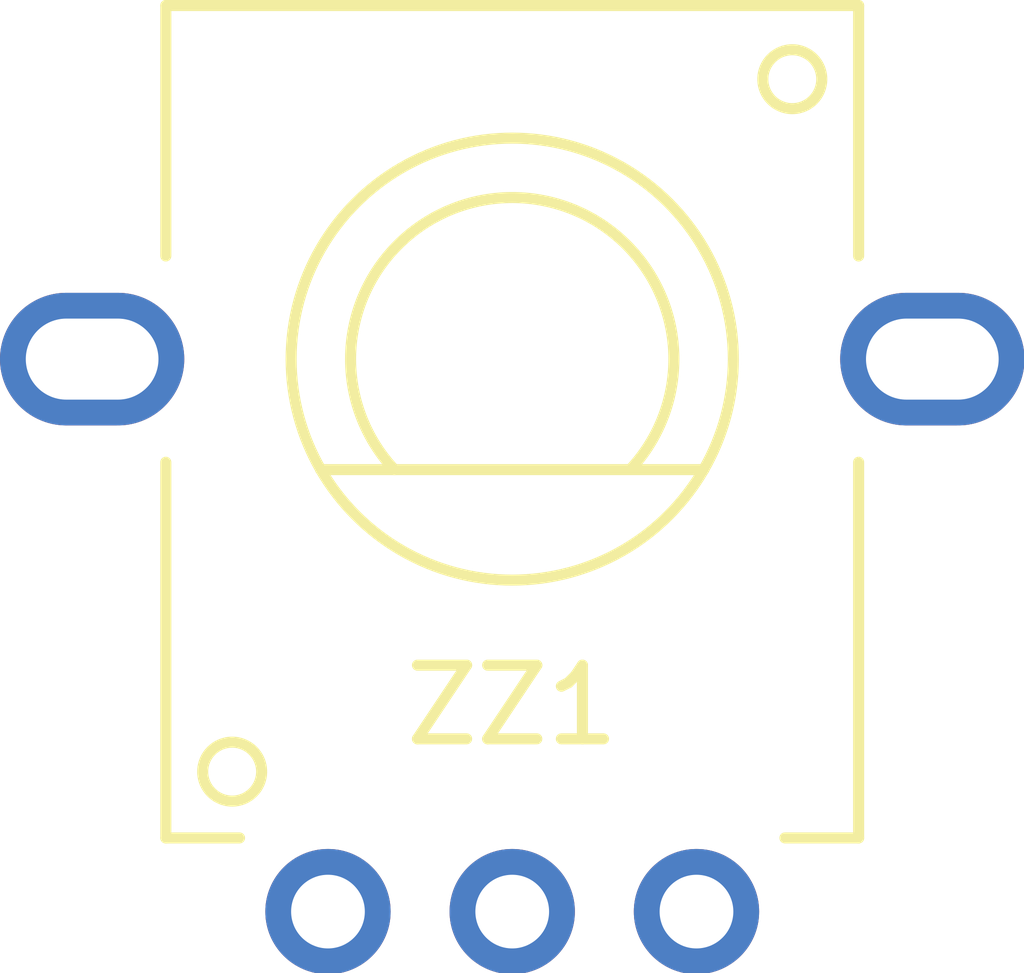
<source format=kicad_pcb>
(kicad_pcb (version 20171130) (host pcbnew "(5.1.9-0-10_14)")

  (general
    (thickness 1.6)
    (drawings 0)
    (tracks 1)
    (zones 0)
    (modules 1)
    (nets 4)
  )

  (page A4)
  (layers
    (0 F.Cu signal)
    (31 B.Cu signal)
    (32 B.Adhes user)
    (33 F.Adhes user)
    (34 B.Paste user)
    (35 F.Paste user)
    (36 B.SilkS user)
    (37 F.SilkS user)
    (38 B.Mask user)
    (39 F.Mask user)
    (40 Dwgs.User user)
    (41 Cmts.User user)
    (42 Eco1.User user)
    (43 Eco2.User user)
    (44 Edge.Cuts user)
    (45 Margin user)
    (46 B.CrtYd user hide)
    (47 F.CrtYd user hide)
    (48 B.Fab user hide)
    (49 F.Fab user hide)
  )

  (setup
    (last_trace_width 0.1524)
    (user_trace_width 0.1524)
    (user_trace_width 0.254)
    (user_trace_width 0.4064)
    (user_trace_width 0.635)
    (trace_clearance 0.1524)
    (zone_clearance 0.508)
    (zone_45_only no)
    (trace_min 0.1524)
    (via_size 0.6858)
    (via_drill 0.3048)
    (via_min_size 0.6858)
    (via_min_drill 0.3048)
    (uvia_size 0.3048)
    (uvia_drill 0.1524)
    (uvias_allowed no)
    (uvia_min_size 0.2)
    (uvia_min_drill 0.1)
    (edge_width 0.15)
    (segment_width 0.2)
    (pcb_text_width 0.3)
    (pcb_text_size 1.5 1.5)
    (mod_edge_width 0.15)
    (mod_text_size 1 1)
    (mod_text_width 0.15)
    (pad_size 1.7 1.7)
    (pad_drill 1)
    (pad_to_mask_clearance 0.2)
    (aux_axis_origin 0 0)
    (visible_elements FFFFFF7F)
    (pcbplotparams
      (layerselection 0x010fc_ffffffff)
      (usegerberextensions false)
      (usegerberattributes false)
      (usegerberadvancedattributes false)
      (creategerberjobfile false)
      (excludeedgelayer true)
      (linewidth 0.100000)
      (plotframeref false)
      (viasonmask false)
      (mode 1)
      (useauxorigin false)
      (hpglpennumber 1)
      (hpglpenspeed 20)
      (hpglpendiameter 15.000000)
      (psnegative false)
      (psa4output false)
      (plotreference true)
      (plotvalue true)
      (plotinvisibletext false)
      (padsonsilk false)
      (subtractmaskfromsilk false)
      (outputformat 1)
      (mirror false)
      (drillshape 1)
      (scaleselection 1)
      (outputdirectory ""))
  )

  (net 0 "")
  (net 1 +3V3)
  (net 2 GND)
  (net 3 "Net-(Pin0-Pad1)")

  (net_class Default "This is the default net class."
    (clearance 0.1524)
    (trace_width 0.1524)
    (via_dia 0.6858)
    (via_drill 0.3048)
    (uvia_dia 0.3048)
    (uvia_drill 0.1524)
    (diff_pair_width 0.1524)
    (diff_pair_gap 0.1524)
    (add_net +3V3)
    (add_net GND)
    (add_net "Net-(Pin0-Pad1)")
  )

  (module Potentiometer_Thonk:AlphaPot9ShaftD locked (layer F.Cu) (tedit 60CF9975) (tstamp 6089D0FA)
    (at 0 0)
    (path /5FCAE65B)
    (fp_text reference ZZ1 (at 0 4.7) (layer F.SilkS)
      (effects (font (size 1 1) (thickness 0.15)))
    )
    (fp_text value 100k (at 0 10.1) (layer F.Fab)
      (effects (font (size 1 1) (thickness 0.15)))
    )
    (fp_line (start -4.7 -4.8) (end 4.7 -4.8) (layer F.SilkS) (width 0.15))
    (fp_line (start 4.7 -4.8) (end 4.7 -1.4) (layer F.SilkS) (width 0.15))
    (fp_line (start -4.7 -4.8) (end -4.7 -1.4) (layer F.SilkS) (width 0.15))
    (fp_line (start -4.7 6.5) (end -3.7 6.5) (layer F.SilkS) (width 0.15))
    (fp_line (start -4.7 1.4) (end -4.7 6.5) (layer F.SilkS) (width 0.15))
    (fp_line (start 4.7 1.4) (end 4.7 6.5) (layer F.SilkS) (width 0.15))
    (fp_line (start 3.7 6.5) (end 4.7 6.5) (layer F.SilkS) (width 0.15))
    (fp_circle (center 0 0) (end 3 0) (layer F.SilkS) (width 0.15))
    (fp_line (start -2.6 1.5) (end 2.6 1.5) (layer F.SilkS) (width 0.15))
    (fp_circle (center 3.8 -3.8) (end 4.2 -3.8) (layer F.SilkS) (width 0.15))
    (fp_circle (center -3.8 5.6) (end -4.2 5.6) (layer F.SilkS) (width 0.15))
    (fp_arc (start 0 0) (end -1.6 1.5) (angle 265) (layer F.SilkS) (width 0.15))
    (pad "" thru_hole oval (at 5.7 0) (size 2.5 1.8) (drill oval 1.8 1.1) (layers *.Cu *.Mask))
    (pad 3 thru_hole oval (at 2.5 7.5) (size 1.7 1.7) (drill 1) (layers *.Cu *.Mask)
      (net 1 +3V3))
    (pad 2 thru_hole oval (at 0 7.5) (size 1.7 1.7) (drill 1) (layers *.Cu *.Mask)
      (net 3 "Net-(Pin0-Pad1)"))
    (pad 1 thru_hole oval (at -2.5 7.5) (size 1.7 1.7) (drill 1) (layers *.Cu *.Mask)
      (net 2 GND))
    (pad "" thru_hole oval (at -5.7 0) (size 2.5 1.8) (drill oval 1.8 1.1) (layers *.Cu *.Mask))
  )

  (segment (start 0 7.5) (end 0 7.62) (width 0.635) (layer B.Cu) (net 3))

)

</source>
